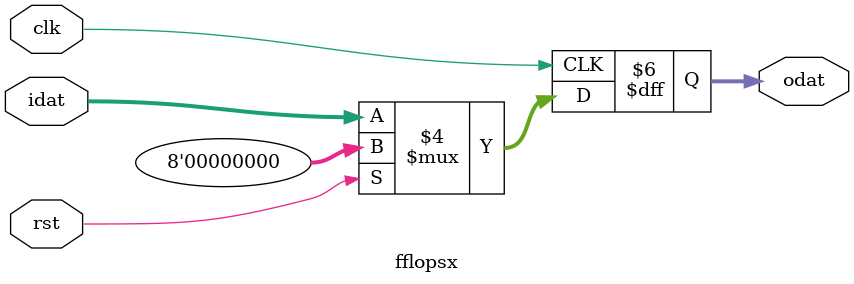
<source format=v>
(* keep_hierarchy = "yes" *) module fflopsx
    (
     clk,
     rst,
     idat,
     odat
     );

parameter WIDTH = 8;
parameter RESET_VALUE = {WIDTH{1'b0}};

input   clk, rst;

input  [WIDTH-1:0] idat;

output [WIDTH-1:0] odat;
reg    [WIDTH-1:0] odat = RESET_VALUE;

//always @ (posedge clk or negedge rst_)
always @ (posedge clk)
    begin
    if(rst) odat <= RESET_VALUE;
    else odat <= idat;
    end

endmodule

</source>
